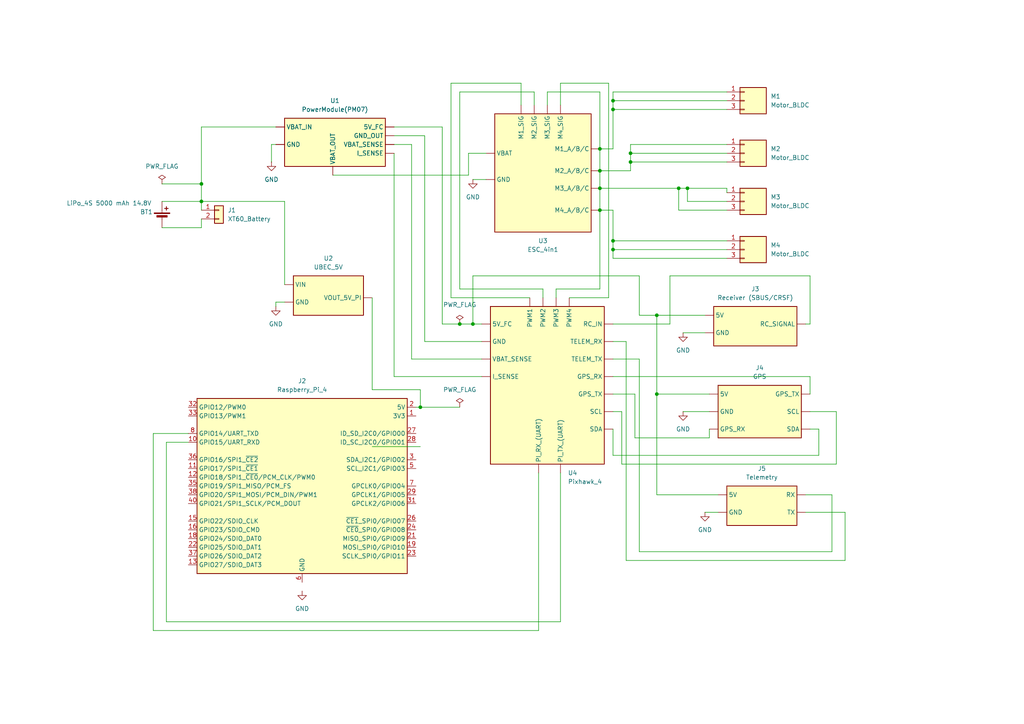
<source format=kicad_sch>
(kicad_sch (version 20250114) (generator "eeschema") (generator_version "9.0")
  (paper "A4")
  (title_block (title "Quadcopter Electric Schematic Version 1") (date "2025-10-05") (comment 1 "By Shamanthi Rajagopal"))
  (lib_symbols
    (symbol "Connector:Raspberry_Pi_4"
      (property "Reference" "J" (at -17.526 48.768 0))
      (property "Value" "Raspberry_Pi_4" (at 15.748 -26.416 0))
      (symbol "Raspberry_Pi_4_0_1"
        (rectangle (start -30.48 25.4) (end 30.48 -25.4) (stroke (width 0.254)) (fill (type background)))
      )
      (symbol "Raspberry_Pi_4_1_1"
        (pin bidirectional line (at -33.02 22.86 0) (length 2.54) (name "GPIO12/PWM0") (number "32"))
        (pin bidirectional line (at -33.02 20.32 0) (length 2.54) (name "GPIO13/PWM1") (number "33"))
        (pin bidirectional line (at -33.02 15.24 0) (length 2.54) (name "GPIO14/UART_TXD") (number "8"))
        (pin bidirectional line (at -33.02 12.7 0) (length 2.54) (name "GPIO15/UART_RXD") (number "10"))
        (pin bidirectional line (at -33.02 7.62 0) (length 2.54) (name "GPIO16/SPI1_~{CE2}") (number "36"))
        (pin bidirectional line (at -33.02 5.08 0) (length 2.54) (name "GPIO17/SPI1_~{CE1}") (number "11"))
        (pin bidirectional line (at -33.02 2.54 0) (length 2.54) (name "GPIO18/SPI1_~{CE0}/PCM_CLK/PWM0") (number "12"))
        (pin bidirectional line (at -33.02 0 0) (length 2.54) (name "GPIO19/SPI1_MISO/PCM_FS") (number "35"))
        (pin bidirectional line (at -33.02 -2.54 0) (length 2.54) (name "GPIO20/SPI1_MOSI/PCM_DIN/PWM1") (number "38"))
        (pin bidirectional line (at -33.02 -5.08 0) (length 2.54) (name "GPIO21/SPI1_SCLK/PCM_DOUT") (number "40"))
        (pin bidirectional line (at -33.02 -10.16 0) (length 2.54) (name "GPIO22/SDIO_CLK") (number "15"))
        (pin bidirectional line (at -33.02 -12.7 0) (length 2.54) (name "GPIO23/SDIO_CMD") (number "16"))
        (pin bidirectional line (at -33.02 -15.24 0) (length 2.54) (name "GPIO24/SDIO_DAT0") (number "18"))
        (pin bidirectional line (at -33.02 -17.78 0) (length 2.54) (name "GPIO25/SDIO_DAT1") (number "22"))
        (pin bidirectional line (at -33.02 -20.32 0) (length 2.54) (name "GPIO26/SDIO_DAT2") (number "37"))
        (pin bidirectional line (at -33.02 -22.86 0) (length 2.54) (name "GPIO27/SDIO_DAT3") (number "13"))
        (pin passive line (at 0 -27.94 90) (length 2.54) (hide yes) (name "GND") (number "14"))
        (pin passive line (at 0 -27.94 90) (length 2.54) (hide yes) (name "GND") (number "20"))
        (pin passive line (at 0 -27.94 90) (length 2.54) (hide yes) (name "GND") (number "25"))
        (pin passive line (at 0 -27.94 90) (length 2.54) (hide yes) (name "GND") (number "30"))
        (pin passive line (at 0 -27.94 90) (length 2.54) (hide yes) (name "GND") (number "34"))
        (pin passive line (at 0 -27.94 90) (length 2.54) (hide yes) (name "GND") (number "39"))
        (pin power_out line (at 0 -27.94 90) (length 2.54) (name "GND") (number "6"))
        (pin passive line (at 0 -27.94 90) (length 2.54) (hide yes) (name "GND") (number "9"))
        (pin power_out line (at 33.02 22.86 180) (length 2.54) (name "5V") (number "2"))
        (pin passive line (at 33.02 22.86 180) (length 2.54) (hide yes) (name "5V") (number "4"))
        (pin power_out line (at 33.02 20.32 180) (length 2.54) (name "3V3") (number "1"))
        (pin passive line (at 33.02 20.32 180) (length 2.54) (hide yes) (name "3V3") (number "17"))
        (pin bidirectional line (at 33.02 15.24 180) (length 2.54) (name "ID_SD_I2C0/GPIO00") (number "27"))
        (pin bidirectional line (at 33.02 12.7 180) (length 2.54) (name "ID_SC_I2C0/GPIO01") (number "28"))
        (pin bidirectional line (at 33.02 7.62 180) (length 2.54) (name "SDA_I2C1/GPIO02") (number "3"))
        (pin bidirectional line (at 33.02 5.08 180) (length 2.54) (name "SCL_I2C1/GPIO03") (number "5"))
        (pin bidirectional line (at 33.02 0 180) (length 2.54) (name "GPCLK0/GPIO04") (number "7"))
        (pin bidirectional line (at 33.02 -2.54 180) (length 2.54) (name "GPCLK1/GPIO05") (number "29"))
        (pin bidirectional line (at 33.02 -5.08 180) (length 2.54) (name "GPCLK2/GPIO06") (number "31"))
        (pin bidirectional line (at 33.02 -10.16 180) (length 2.54) (name "~{CE1}_SPI0/GPIO07") (number "26"))
        (pin bidirectional line (at 33.02 -12.7 180) (length 2.54) (name "~{CE0}_SPI0/GPIO08") (number "24"))
        (pin bidirectional line (at 33.02 -15.24 180) (length 2.54) (name "MISO_SPI0/GPIO09") (number "21"))
        (pin bidirectional line (at 33.02 -17.78 180) (length 2.54) (name "MOSI_SPI0/GPIO10") (number "19"))
        (pin bidirectional line (at 33.02 -20.32 180) (length 2.54) (name "SCLK_SPI0/GPIO11") (number "23"))
      )
    )
    (symbol "Connector_Generic:Conn_01x02" (pin_names (offset 1.016) (hide yes))
      (property "Reference" "J" (at 0 2.54 0))
      (property "Value" "Conn_01x02" (at 0 -5.08 0))
      (symbol "Conn_01x02_1_1"
        (rectangle (start -1.27 1.27) (end 1.27 -3.81) (stroke (width 0.254)) (fill (type background)))
        (rectangle (start -1.27 0.127) (end 0 -0.127) (stroke (width 0.1524)))
        (rectangle (start -1.27 -2.413) (end 0 -2.667) (stroke (width 0.1524)))
        (pin passive line (at -5.08 0 0) (length 3.81) (name "Pin_1") (number "1"))
        (pin passive line (at -5.08 -2.54 0) (length 3.81) (name "Pin_2") (number "2"))
      )
    )
    (symbol "Device:Battery_Cell" (pin_numbers (hide yes)) (pin_names (offset 0) (hide yes))
      (property "Reference" "BT1" (at -6.35 2.032 0))
      (property "Value" "LiPo_4S 5000 mAh 14.8V" (at -27.686 4.572 0))
      (symbol "Battery_Cell_0_1"
        (rectangle (start -2.286 1.778) (end 2.286 1.524) (fill (type outline)))
        (rectangle (start -1.524 1.016) (end 1.524 0.508) (fill (type outline)))
        (polyline (pts (xy 0 1.778) (xy 0 2.54)))
        (polyline (pts (xy 0 0.762) (xy 0 0)))
        (polyline (pts (xy 0.762 3.048) (xy 1.778 3.048)) (stroke (width 0.254)))
        (polyline (pts (xy 1.27 3.556) (xy 1.27 2.54)) (stroke (width 0.254)))
      )
      (symbol "Battery_Cell_1_1"
        (pin passive line (at 0 5.08 270) (length 2.54) (name "+") (number "1"))
        (pin passive line (at 0 -2.54 90) (length 2.54) (name "-") (number "2"))
      )
    )
    (symbol "Drone_Project_Library:ESC_4in1"
      (property "Reference" "U2" (at 0.762 -26.416 0))
      (property "Value" "ESC_4in1" (at 1.016 -23.622 0))
      (symbol "ESC_4in1_1_1"
        (rectangle (start -12.7 12.7) (end 15.24 -21.59) (stroke (width 0.254)) (fill (type background)))
        (pin power_in line (at -15.24 1.27 0) (length 2.54) (name "VBAT") (number ""))
        (pin power_in line (at -15.24 -6.35 0) (length 2.54) (name "GND") (number ""))
        (pin input line (at -5.08 15.24 270) (length 2.54) (name "M1_SIG") (number ""))
        (pin input line (at -1.27 15.24 270) (length 2.54) (name "M2_SIG") (number ""))
        (pin input line (at 2.54 15.24 270) (length 2.54) (name "M3_SIG") (number ""))
        (pin input line (at 6.35 15.24 270) (length 2.54) (name "M4_SIG") (number ""))
        (pin passive line (at 17.78 2.54 180) (length 2.54) (name "M1_A/B/C") (number ""))
        (pin passive line (at 17.78 -3.81 180) (length 2.54) (name "M2_A/B/C") (number ""))
        (pin passive line (at 17.78 -8.89 180) (length 2.54) (name "M3_A/B/C") (number ""))
        (pin passive line (at 17.78 -15.24 180) (length 2.54) (name "M4_A/B/C") (number ""))
      )
    )
    (symbol "Drone_Project_Library:GPS"
      (property "Reference" "U2" (at 1.27 9.144 0))
      (property "Value" "GPS" (at 1.016 6.604 0))
      (symbol "GPS_0_1"
        (rectangle (start -10.16 5.08) (end 13.97 -10.16) (stroke (width 0.254)) (fill (type background)))
      )
      (symbol "GPS_1_1"
        (pin power_in line (at -12.7 2.54 0) (length 2.54) (name "5V") (number ""))
        (pin power_in line (at -12.7 -2.54 0) (length 2.54) (name "GND") (number ""))
        (pin input line (at -12.7 -7.62 0) (length 2.54) (name "GPS_RX") (number ""))
        (pin output line (at 16.51 2.54 180) (length 2.54) (name "GPS_TX") (number ""))
        (pin bidirectional line (at 16.51 -2.54 180) (length 2.54) (name "SCL") (number ""))
        (pin bidirectional line (at 16.51 -7.62 180) (length 2.54) (name "SDA") (number ""))
      )
    )
    (symbol "Drone_Project_Library:Motor_BLDC" (pin_names (offset 1.016) (hide yes))
      (property "Reference" "J2" (at 7.112 1.27 0))
      (property "Value" "Motor_BLDC" (at 7.112 -1.27 0))
      (symbol "Motor_BLDC_1_1"
        (rectangle (start -1.27 3.81) (end 6.35 -3.81) (stroke (width 0.254)) (fill (type background)))
        (rectangle (start -1.27 2.667) (end 0 2.413) (stroke (width 0.1524)))
        (rectangle (start -1.27 0.127) (end 0 -0.127) (stroke (width 0.1524)))
        (rectangle (start -1.27 -2.413) (end 0 -2.667) (stroke (width 0.1524)))
        (pin passive line (at -5.08 2.54 0) (length 3.81) (name "Pin_1") (number "1"))
        (pin passive line (at -5.08 0 0) (length 3.81) (name "Pin_2") (number "2"))
        (pin passive line (at -5.08 -2.54 0) (length 3.81) (name "Pin_3") (number "3"))
      )
    )
    (symbol "Drone_Project_Library:Pixhawk_4"
      (property "Reference" "U2" (at -15.748 -9.398 0))
      (property "Value" "Pixhawk_4" (at -16.002 -11.938 0))
      (symbol "Pixhawk_4_1_1"
        (rectangle (start -16.51 38.1) (end 16.51 -7.62) (stroke (width 0.254)) (fill (type background)))
        (pin power_in line (at -19.05 33.02 0) (length 2.54) (name "5V_FC") (number ""))
        (pin power_in line (at -19.05 27.94 0) (length 2.54) (name "GND") (number ""))
        (pin input line (at -19.05 22.86 0) (length 2.54) (name "VBAT_SENSE") (number ""))
        (pin input line (at -19.05 17.78 0) (length 2.54) (name "I_SENSE") (number ""))
        (pin output line (at -5.08 40.64 270) (length 2.54) (name "PWM1") (number ""))
        (pin input line (at -2.54 -10.16 90) (length 2.54) (name "PI_RX_(UART)") (number ""))
        (pin output line (at -1.27 40.64 270) (length 2.54) (name "PWM2") (number ""))
        (pin output line (at 2.54 40.64 270) (length 2.54) (name "PWM3") (number ""))
        (pin output line (at 3.81 -10.16 90) (length 2.54) (name "PI_TX_(UART)") (number ""))
        (pin output line (at 6.35 40.64 270) (length 2.54) (name "PWM4") (number ""))
        (pin input line (at 19.05 33.02 180) (length 2.54) (name "RC_IN") (number ""))
        (pin input line (at 19.05 27.94 180) (length 2.54) (name "TELEM_RX") (number ""))
        (pin output line (at 19.05 22.86 180) (length 2.54) (name "TELEM_TX") (number ""))
        (pin input line (at 19.05 17.78 180) (length 2.54) (name "GPS_RX") (number ""))
        (pin output line (at 19.05 12.7 180) (length 2.54) (name "GPS_TX") (number ""))
        (pin bidirectional line (at 19.05 7.62 180) (length 2.54) (name "SCL") (number ""))
        (pin bidirectional line (at 19.05 2.54 180) (length 2.54) (name "SDA") (number ""))
      )
    )
    (symbol "Drone_Project_Library:PowerModule(PM07)"
      (property "Reference" "U1" (at -1.905 13.97 0))
      (property "Value" "PowerModule(PM07)" (at -1.905 11.43 0))
      (symbol "PowerModule(PM07)_1_1"
        (rectangle (start -16.51 8.89) (end 12.7 -5.08) (stroke (width 0.254)) (fill (type background)))
        (pin power_in line (at -19.05 6.35 0) (length 2.54) (name "VBAT_IN") (number ""))
        (pin power_in line (at -19.05 1.27 0) (length 2.54) (name "GND") (number ""))
        (pin power_out line (at -2.54 -7.62 90) (length 2.54) (name "VBAT_OUT") (number ""))
        (pin power_out line (at 15.24 6.35 180) (length 2.54) (name "5V_FC") (number ""))
        (pin power_out line (at 15.24 3.81 180) (length 2.54) (name "GND_OUT") (number ""))
        (pin output line (at 15.24 1.27 180) (length 2.54) (name "VBAT_SENSE") (number ""))
        (pin output line (at 15.24 -1.27 180) (length 2.54) (name "I_SENSE") (number ""))
      )
    )
    (symbol "Drone_Project_Library:Receiver"
      (property "Reference" "U2" (at 1.27 9.144 0))
      (property "Value" "Receiver (SBUS/CRSF)" (at 2.032 6.858 0))
      (symbol "Receiver_0_1"
        (rectangle (start -10.16 5.08) (end 13.97 -6.35) (stroke (width 0.254)) (fill (type background)))
      )
      (symbol "Receiver_1_1"
        (pin power_in line (at -12.7 2.54 0) (length 2.54) (name "5V") (number ""))
        (pin power_in line (at -12.7 -2.54 0) (length 2.54) (name "GND") (number ""))
        (pin output line (at 16.51 0 180) (length 2.54) (name "RC_SIGNAL") (number ""))
      )
    )
    (symbol "Drone_Project_Library:Telemetry"
      (property "Reference" "U2" (at 0 10.16 0))
      (property "Value" "Telemetry" (at 0 7.62 0))
      (symbol "Telemetry_0_1"
        (rectangle (start -10.16 5.08) (end 10.16 -6.35) (stroke (width 0.254)) (fill (type background)))
      )
      (symbol "Telemetry_1_1"
        (pin power_in line (at -12.7 2.54 0) (length 2.54) (name "5V") (number ""))
        (pin power_in line (at -12.7 -2.54 0) (length 2.54) (name "GND") (number ""))
        (pin input line (at 12.7 2.54 180) (length 2.54) (name "RX") (number ""))
        (pin output line (at 12.7 -2.54 180) (length 2.54) (name "TX") (number ""))
      )
    )
    (symbol "Drone_Project_Library:UBEC_5V"
      (property "Reference" "U1" (at -6.35 13.462 0))
      (property "Value" "UBEC_5V" (at -6.35 10.922 0))
      (symbol "UBEC_5V_1_1"
        (rectangle (start -16.51 8.89) (end 3.81 -2.54) (stroke (width 0.254)) (fill (type background)))
        (pin power_in line (at -19.05 6.35 0) (length 2.54) (name "VIN") (number ""))
        (pin power_in line (at -19.05 1.27 0) (length 2.54) (name "GND") (number ""))
        (pin power_out line (at 6.35 2.54 180) (length 2.54) (name "VOUT_5V_PI") (number ""))
      )
    )
    (symbol "power:GND" (power) (pin_numbers (hide yes)) (pin_names (offset 0) (hide yes))
      (property "Value" "GND" (at 0 -3.81 0))
      (symbol "GND_0_1"
        (polyline (pts (xy 0 0) (xy 0 -1.27) (xy 1.27 -1.27) (xy 0 -2.54) (xy -1.27 -1.27) (xy 0 -1.27)))
      )
      (symbol "GND_1_1"
        (pin power_in line (at 0 0 270) (length 0) (name "~") (number "1"))
      )
    )
    (symbol "power:PWR_FLAG" (power) (pin_numbers (hide yes)) (pin_names (offset 0) (hide yes))
      (property "Value" "PWR_FLAG" (at 0 3.81 0))
      (symbol "PWR_FLAG_0_0"
        (pin power_out line (at 0 0 90) (length 0) (name "~") (number "1"))
      )
      (symbol "PWR_FLAG_0_1"
        (polyline (pts (xy 0 0) (xy 0 1.27) (xy -1.016 1.905) (xy 0 2.54) (xy 1.016 1.905) (xy 0 1.27)))
      )
    )
  )
  (junction (at 173.99 60.96))
  (junction (at 173.99 54.61))
  (junction (at 182.88 46.99))
  (junction (at 177.8 31.75))
  (junction (at 121.92 118.11))
  (junction (at 173.99 49.53))
  (junction (at 199.39 54.61))
  (junction (at 190.5 114.3))
  (junction (at 177.8 69.85))
  (junction (at 196.85 54.61))
  (junction (at 133.35 93.98))
  (junction (at 173.99 43.18))
  (junction (at 58.42 58.42))
  (junction (at 137.16 93.98))
  (junction (at 177.8 29.21))
  (junction (at 182.88 44.45))
  (junction (at 58.42 53.34))
  (junction (at 190.5 91.44))
  (junction (at 177.8 72.39))
  (wire (pts (xy 205.74 124.46) (xy 205.74 127)))
  (wire (pts (xy 162.56 137.16) (xy 162.56 180.34)))
  (wire (pts (xy 180.34 134.62) (xy 180.34 119.38)))
  (wire (pts (xy 137.16 93.98) (xy 139.7 93.98)))
  (wire (pts (xy 190.5 91.44) (xy 185.42 91.44)))
  (wire (pts (xy 196.85 54.61) (xy 199.39 54.61)))
  (wire (pts (xy 199.39 54.61) (xy 210.82 54.61)))
  (wire (pts (xy 46.99 66.04) (xy 58.42 66.04)))
  (wire (pts (xy 82.55 58.42) (xy 58.42 58.42)))
  (wire (pts (xy 58.42 36.83) (xy 80.01 36.83)))
  (wire (pts (xy 198.12 96.52) (xy 204.47 96.52)))
  (wire (pts (xy 177.8 104.14) (xy 185.42 104.14)))
  (wire (pts (xy 177.8 124.46) (xy 177.8 132.08)))
  (wire (pts (xy 245.11 162.56) (xy 181.61 162.56)))
  (wire (pts (xy 48.26 180.34) (xy 162.56 180.34)))
  (wire (pts (xy 119.38 41.91) (xy 119.38 104.14)))
  (wire (pts (xy 190.5 114.3) (xy 190.5 91.44)))
  (wire (pts (xy 182.88 46.99) (xy 210.82 46.99)))
  (wire (pts (xy 204.47 148.59) (xy 208.28 148.59)))
  (wire (pts (xy 128.27 36.83) (xy 128.27 93.98)))
  (wire (pts (xy 234.95 114.3) (xy 234.95 109.22)))
  (wire (pts (xy 237.49 132.08) (xy 237.49 124.46)))
  (wire (pts (xy 210.82 58.42) (xy 199.39 58.42)))
  (wire (pts (xy 182.88 44.45) (xy 210.82 44.45)))
  (wire (pts (xy 194.31 80.01) (xy 234.95 80.01)))
  (wire (pts (xy 158.75 30.48) (xy 158.75 26.67)))
  (wire (pts (xy 184.15 127) (xy 184.15 114.3)))
  (wire (pts (xy 133.35 26.67) (xy 133.35 83.82)))
  (wire (pts (xy 234.95 124.46) (xy 237.49 124.46)))
  (wire (pts (xy 157.48 83.82) (xy 157.48 86.36)))
  (wire (pts (xy 177.8 69.85) (xy 210.82 69.85)))
  (wire (pts (xy 161.29 83.82) (xy 161.29 86.36)))
  (wire (pts (xy 154.94 30.48) (xy 154.94 26.67)))
  (wire (pts (xy 173.99 60.96) (xy 177.8 60.96)))
  (wire (pts (xy 184.15 114.3) (xy 177.8 114.3)))
  (wire (pts (xy 48.26 128.27) (xy 48.26 180.34)))
  (wire (pts (xy 204.47 91.44) (xy 190.5 91.44)))
  (wire (pts (xy 185.42 160.02) (xy 185.42 104.14)))
  (wire (pts (xy 130.81 86.36) (xy 153.67 86.36)))
  (wire (pts (xy 135.89 50.8) (xy 135.89 44.45)))
  (wire (pts (xy 58.42 53.34) (xy 58.42 58.42)))
  (wire (pts (xy 114.3 39.37) (xy 123.19 39.37)))
  (wire (pts (xy 173.99 26.67) (xy 173.99 43.18)))
  (wire (pts (xy 182.88 46.99) (xy 182.88 44.45)))
  (wire (pts (xy 123.19 39.37) (xy 123.19 99.06)))
  (wire (pts (xy 242.57 119.38) (xy 242.57 134.62)))
  (wire (pts (xy 58.42 36.83) (xy 58.42 53.34)))
  (wire (pts (xy 177.8 26.67) (xy 210.82 26.67)))
  (wire (pts (xy 137.16 80.01) (xy 137.16 93.98)))
  (wire (pts (xy 182.88 41.91) (xy 210.82 41.91)))
  (wire (pts (xy 107.95 113.03) (xy 121.92 113.03)))
  (wire (pts (xy 233.68 143.51) (xy 241.3 143.51)))
  (wire (pts (xy 173.99 60.96) (xy 173.99 83.82)))
  (wire (pts (xy 154.94 26.67) (xy 133.35 26.67)))
  (wire (pts (xy 173.99 54.61) (xy 196.85 54.61)))
  (wire (pts (xy 185.42 91.44) (xy 185.42 80.01)))
  (wire (pts (xy 78.74 41.91) (xy 80.01 41.91)))
  (wire (pts (xy 210.82 31.75) (xy 177.8 31.75)))
  (wire (pts (xy 158.75 26.67) (xy 173.99 26.67)))
  (wire (pts (xy 114.3 36.83) (xy 128.27 36.83)))
  (wire (pts (xy 205.74 127) (xy 184.15 127)))
  (wire (pts (xy 182.88 49.53) (xy 182.88 46.99)))
  (wire (pts (xy 58.42 66.04) (xy 58.42 63.5)))
  (wire (pts (xy 151.13 30.48) (xy 151.13 24.13)))
  (wire (pts (xy 177.8 31.75) (xy 177.8 43.18)))
  (wire (pts (xy 177.8 99.06) (xy 181.61 99.06)))
  (wire (pts (xy 44.45 182.88) (xy 156.21 182.88)))
  (wire (pts (xy 177.8 29.21) (xy 210.82 29.21)))
  (wire (pts (xy 173.99 49.53) (xy 173.99 54.61)))
  (wire (pts (xy 135.89 44.45) (xy 140.97 44.45)))
  (wire (pts (xy 245.11 148.59) (xy 245.11 162.56)))
  (wire (pts (xy 128.27 93.98) (xy 133.35 93.98)))
  (wire (pts (xy 241.3 160.02) (xy 185.42 160.02)))
  (wire (pts (xy 119.38 104.14) (xy 139.7 104.14)))
  (wire (pts (xy 177.8 93.98) (xy 194.31 93.98)))
  (wire (pts (xy 242.57 134.62) (xy 180.34 134.62)))
  (wire (pts (xy 162.56 24.13) (xy 176.53 24.13)))
  (wire (pts (xy 177.8 60.96) (xy 177.8 69.85)))
  (wire (pts (xy 107.95 129.54) (xy 121.92 129.54)))
  (wire (pts (xy 210.82 72.39) (xy 177.8 72.39)))
  (wire (pts (xy 151.13 24.13) (xy 130.81 24.13)))
  (wire (pts (xy 210.82 54.61) (xy 210.82 55.88)))
  (wire (pts (xy 78.74 46.99) (xy 78.74 41.91)))
  (wire (pts (xy 199.39 58.42) (xy 199.39 54.61)))
  (wire (pts (xy 165.1 86.36) (xy 176.53 86.36)))
  (wire (pts (xy 46.99 53.34) (xy 58.42 53.34)))
  (wire (pts (xy 133.35 93.98) (xy 137.16 93.98)))
  (wire (pts (xy 234.95 109.22) (xy 177.8 109.22)))
  (wire (pts (xy 205.74 114.3) (xy 190.5 114.3)))
  (wire (pts (xy 196.85 60.96) (xy 196.85 54.61)))
  (wire (pts (xy 177.8 132.08) (xy 237.49 132.08)))
  (wire (pts (xy 177.8 29.21) (xy 177.8 31.75)))
  (wire (pts (xy 185.42 80.01) (xy 137.16 80.01)))
  (wire (pts (xy 121.92 118.11) (xy 121.92 113.03)))
  (wire (pts (xy 190.5 143.51) (xy 208.28 143.51)))
  (wire (pts (xy 137.16 52.07) (xy 140.97 52.07)))
  (wire (pts (xy 82.55 82.55) (xy 82.55 58.42)))
  (wire (pts (xy 162.56 30.48) (xy 162.56 24.13)))
  (wire (pts (xy 241.3 143.51) (xy 241.3 160.02)))
  (wire (pts (xy 180.34 119.38) (xy 177.8 119.38)))
  (wire (pts (xy 173.99 54.61) (xy 173.99 60.96)))
  (wire (pts (xy 173.99 83.82) (xy 161.29 83.82)))
  (wire (pts (xy 181.61 162.56) (xy 181.61 99.06)))
  (wire (pts (xy 190.5 114.3) (xy 190.5 143.51)))
  (wire (pts (xy 177.8 69.85) (xy 177.8 72.39)))
  (wire (pts (xy 182.88 44.45) (xy 182.88 41.91)))
  (wire (pts (xy 58.42 58.42) (xy 58.42 60.96)))
  (wire (pts (xy 114.3 109.22) (xy 139.7 109.22)))
  (wire (pts (xy 176.53 24.13) (xy 176.53 86.36)))
  (wire (pts (xy 210.82 60.96) (xy 196.85 60.96)))
  (wire (pts (xy 114.3 41.91) (xy 119.38 41.91)))
  (wire (pts (xy 123.19 99.06) (xy 139.7 99.06)))
  (wire (pts (xy 133.35 83.82) (xy 157.48 83.82)))
  (wire (pts (xy 210.82 74.93) (xy 177.8 74.93)))
  (wire (pts (xy 133.35 118.11) (xy 121.92 118.11)))
  (wire (pts (xy 234.95 93.98) (xy 233.68 93.98)))
  (wire (pts (xy 121.92 118.11) (xy 120.65 118.11)))
  (wire (pts (xy 46.99 58.42) (xy 58.42 58.42)))
  (wire (pts (xy 198.12 119.38) (xy 205.74 119.38)))
  (wire (pts (xy 173.99 49.53) (xy 182.88 49.53)))
  (wire (pts (xy 80.01 87.63) (xy 82.55 87.63)))
  (wire (pts (xy 114.3 44.45) (xy 114.3 109.22)))
  (wire (pts (xy 54.61 125.73) (xy 44.45 125.73)))
  (wire (pts (xy 44.45 125.73) (xy 44.45 182.88)))
  (wire (pts (xy 80.01 87.63) (xy 80.01 88.9)))
  (wire (pts (xy 177.8 74.93) (xy 177.8 72.39)))
  (wire (pts (xy 194.31 93.98) (xy 194.31 80.01)))
  (wire (pts (xy 234.95 119.38) (xy 242.57 119.38)))
  (wire (pts (xy 130.81 24.13) (xy 130.81 86.36)))
  (wire (pts (xy 173.99 43.18) (xy 177.8 43.18)))
  (wire (pts (xy 173.99 43.18) (xy 173.99 49.53)))
  (wire (pts (xy 96.52 50.8) (xy 135.89 50.8)))
  (wire (pts (xy 177.8 29.21) (xy 177.8 26.67)))
  (wire (pts (xy 54.61 128.27) (xy 48.26 128.27)))
  (wire (pts (xy 234.95 80.01) (xy 234.95 93.98)))
  (wire (pts (xy 107.95 86.36) (xy 107.95 113.03)))
  (wire (pts (xy 233.68 148.59) (xy 245.11 148.59)))
  (wire (pts (xy 156.21 182.88) (xy 156.21 137.16)))
  (symbol (lib_id "Drone_Project_Library:Receiver") (at 217.17 93.98 0) (unit 1)
    (property "Reference" "J3" (at 219.075 83.82 0))
    (property "Value" "Receiver (SBUS/CRSF)" (at 219.075 86.36 0))
  )
  (symbol (lib_id "power:GND") (at 198.12 119.38 0) (unit 1)
    (property "Reference" "#PWR07" (effects (hide yes)))
    (property "Value" "GND" (at 198.12 124.46 0))
    (property "Description" "Power symbol creates a global label with name \"GND\" , ground" (effects (hide yes)))
  )
  (symbol (lib_id "Connector_Generic:Conn_01x02") (at 63.5 60.96 0) (unit 1)
    (property "Reference" "J1" (at 66.04 60.9599 0) (effects (justify left)))
    (property "Value" "XT60_Battery" (at 66.04 63.4999 0) (effects (justify left)))
    (property "Description" "Generic connector, single row, 01x02, script generated (kicad-library-utils/schlib/autogen/connector/)" (effects (hide yes)))
  )
  (symbol (lib_id "power:GND") (at 87.63 171.45 0) (unit 1)
    (property "Reference" "#PWR05" (effects (hide yes)))
    (property "Value" "GND" (at 87.63 176.53 0))
    (property "Description" "Power symbol creates a global label with name \"GND\" , ground" (effects (hide yes)))
  )
  (symbol (lib_id "power:PWR_FLAG") (at 133.35 118.11 0) (unit 1)
    (property "Reference" "#FLG03" (effects (hide yes)))
    (property "Value" "PWR_FLAG" (at 133.35 113.03 0))
    (property "Description" "Special symbol for telling ERC where power comes from" (effects (hide yes)))
  )
  (symbol (lib_id "power:GND") (at 198.12 96.52 0) (unit 1)
    (property "Reference" "#PWR08" (effects (hide yes)))
    (property "Value" "GND" (at 198.12 101.6 0))
    (property "Description" "Power symbol creates a global label with name \"GND\" , ground" (effects (hide yes)))
  )
  (symbol (lib_id "Drone_Project_Library:Pixhawk_4") (at 158.75 127 0) (unit 1)
    (property "Reference" "U4" (at 164.7033 137.16 0) (effects (justify left)))
    (property "Value" "Pixhawk_4" (at 164.7033 139.7 0) (effects (justify left)))
  )
  (symbol (lib_id "Drone_Project_Library:Telemetry") (at 220.98 146.05 0) (unit 1)
    (property "Reference" "J5" (at 220.98 135.89 0))
    (property "Value" "Telemetry" (at 220.98 138.43 0))
  )
  (symbol (lib_id "Drone_Project_Library:UBEC_5V") (at 101.6 88.9 0) (unit 1)
    (property "Reference" "U2" (at 95.25 74.93 0))
    (property "Value" "UBEC_5V" (at 95.25 77.47 0))
  )
  (symbol (lib_id "power:GND") (at 80.01 88.9 0) (unit 1)
    (property "Reference" "#PWR02" (effects (hide yes)))
    (property "Value" "GND" (at 80.01 93.98 0))
    (property "Description" "Power symbol creates a global label with name \"GND\" , ground" (effects (hide yes)))
  )
  (symbol (lib_id "power:PWR_FLAG") (at 46.99 53.34 0) (unit 1)
    (property "Reference" "#FLG01" (effects (hide yes)))
    (property "Value" "PWR_FLAG" (at 46.99 48.26 0))
    (property "Description" "Special symbol for telling ERC where power comes from" (effects (hide yes)))
  )
  (symbol (lib_id "Drone_Project_Library:Motor_BLDC") (at 215.9 58.42 0) (unit 1)
    (property "Reference" "M3" (at 223.52 57.1499 0) (effects (justify left)))
    (property "Value" "Motor_BLDC" (at 223.52 59.6899 0) (effects (justify left)))
  )
  (symbol (lib_id "Device:Battery_Cell") (at 46.99 63.5 0) (unit 1)
    (property "Reference" "BT1" (at 40.64 61.468 0) (effects (justify left)))
    (property "Value" "LiPo_4S 5000 mAh 14.8V" (at 19.304 58.928 0) (effects (justify left)))
    (property "Description" "Single-cell battery" (effects (hide yes)))
  )
  (symbol (lib_id "Drone_Project_Library:Motor_BLDC") (at 215.9 72.39 0) (unit 1)
    (property "Reference" "M4" (at 223.52 71.1199 0) (effects (justify left)))
    (property "Value" "Motor_BLDC" (at 223.52 73.6599 0) (effects (justify left)))
  )
  (symbol (lib_id "power:GND") (at 78.74 46.99 0) (unit 1)
    (property "Reference" "#PWR01" (effects (hide yes)))
    (property "Value" "GND" (at 78.74 52.07 0))
    (property "Description" "Power symbol creates a global label with name \"GND\" , ground" (effects (hide yes)))
  )
  (symbol (lib_id "Drone_Project_Library:ESC_4in1") (at 156.21 45.72 0) (unit 1)
    (property "Reference" "U3" (at 157.48 69.85 0))
    (property "Value" "ESC_4in1" (at 157.48 72.39 0))
  )
  (symbol (lib_id "Drone_Project_Library:Motor_BLDC") (at 215.9 29.21 0) (unit 1)
    (property "Reference" "M1" (at 223.52 27.9399 0) (effects (justify left)))
    (property "Value" "Motor_BLDC" (at 223.52 30.4799 0) (effects (justify left)))
  )
  (symbol (lib_id "Drone_Project_Library:GPS") (at 218.44 116.84 0) (unit 1)
    (property "Reference" "J4" (at 220.345 106.68 0))
    (property "Value" "GPS" (at 220.345 109.22 0))
  )
  (symbol (lib_id "Connector:Raspberry_Pi_4") (at 87.63 140.97 0) (unit 1)
    (property "Reference" "J2" (at 87.63 110.49 0))
    (property "Value" "Raspberry_Pi_4" (at 87.63 113.03 0))
    (property "Datasheet" "https://datasheets.raspberrypi.com/rpi4/raspberry-pi-4-datasheet.pdf" (effects (hide yes)))
    (property "Description" "Raspberry Pi 4 Model B" (effects (hide yes)))
  )
  (symbol (lib_id "power:PWR_FLAG") (at 133.35 93.98 0) (unit 1)
    (property "Reference" "#FLG02" (effects (hide yes)))
    (property "Value" "PWR_FLAG" (at 133.35 88.392 0))
    (property "Description" "Special symbol for telling ERC where power comes from" (effects (hide yes)))
  )
  (symbol (lib_id "Drone_Project_Library:PowerModule(PM07)") (at 99.06 43.18 0) (unit 1)
    (property "Reference" "U1" (at 97.155 29.21 0))
    (property "Value" "PowerModule(PM07)" (at 97.155 31.75 0))
  )
  (symbol (lib_id "power:GND") (at 137.16 52.07 0) (unit 1)
    (property "Reference" "#PWR03" (effects (hide yes)))
    (property "Value" "GND" (at 137.16 57.15 0))
    (property "Description" "Power symbol creates a global label with name \"GND\" , ground" (effects (hide yes)))
  )
  (symbol (lib_id "Drone_Project_Library:Motor_BLDC") (at 215.9 44.45 0) (unit 1)
    (property "Reference" "M2" (at 223.52 43.1799 0) (effects (justify left)))
    (property "Value" "Motor_BLDC" (at 223.52 45.7199 0) (effects (justify left)))
  )
  (symbol (lib_id "power:GND") (at 204.47 148.59 0) (unit 1)
    (property "Reference" "#PWR06" (effects (hide yes)))
    (property "Value" "GND" (at 204.47 153.67 0))
    (property "Description" "Power symbol creates a global label with name \"GND\" , ground" (effects (hide yes)))
  )
)
</source>
